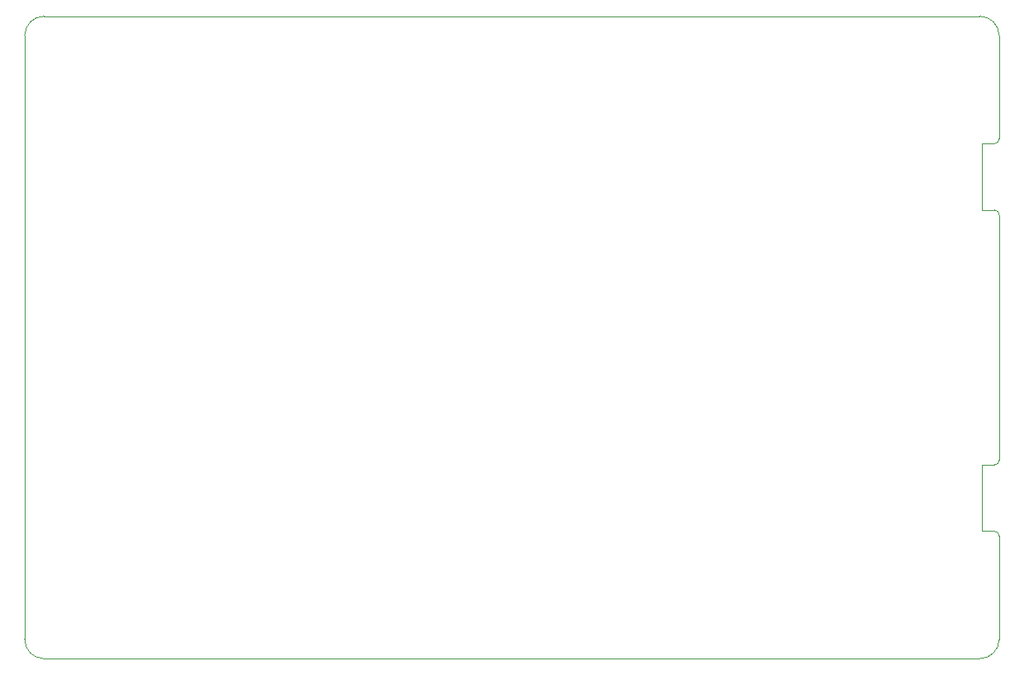
<source format=gbr>
G04 #@! TF.GenerationSoftware,KiCad,Pcbnew,(5.1.0)-1*
G04 #@! TF.CreationDate,2019-04-19T11:20:35+10:00*
G04 #@! TF.ProjectId,VNA,564e412e-6b69-4636-9164-5f7063625858,rev?*
G04 #@! TF.SameCoordinates,Original*
G04 #@! TF.FileFunction,Profile,NP*
%FSLAX46Y46*%
G04 Gerber Fmt 4.6, Leading zero omitted, Abs format (unit mm)*
G04 Created by KiCad (PCBNEW (5.1.0)-1) date 2019-04-19 11:20:35*
%MOMM*%
%LPD*%
G04 APERTURE LIST*
%ADD10C,0.050000*%
G04 APERTURE END LIST*
D10*
X190200000Y-74400000D02*
X190200000Y-63800000D01*
X190200000Y-107400000D02*
X190200000Y-82200000D01*
X190200000Y-125800000D02*
X190200000Y-115200000D01*
X90200000Y-125800000D02*
X90200000Y-63800000D01*
X90200000Y-63800000D02*
G75*
G02X92200000Y-61800000I2000000J0D01*
G01*
X92200000Y-127800000D02*
G75*
G02X90200000Y-125800000I0J2000000D01*
G01*
X188200000Y-127800000D02*
X92200000Y-127800000D01*
X190200000Y-125800000D02*
G75*
G02X188200000Y-127800000I-2000000J0D01*
G01*
X188200000Y-61800000D02*
G75*
G02X190200000Y-63800000I0J-2000000D01*
G01*
X92200000Y-61800000D02*
X188200000Y-61800000D01*
X188400000Y-114700000D02*
X189700000Y-114700000D01*
X189700000Y-114700000D02*
G75*
G02X190200000Y-115200000I0J-500000D01*
G01*
X188400000Y-107900000D02*
X189700000Y-107900000D01*
X188400000Y-107900000D02*
X188400000Y-114700000D01*
X190200000Y-107400000D02*
G75*
G02X189700000Y-107900000I-500000J0D01*
G01*
X188400000Y-81700000D02*
X189700000Y-81700000D01*
X189700000Y-81700000D02*
G75*
G02X190200000Y-82200000I0J-500000D01*
G01*
X188400000Y-74900000D02*
X189700000Y-74900000D01*
X188400000Y-74900000D02*
X188400000Y-81700000D01*
X190200000Y-74400000D02*
G75*
G02X189700000Y-74900000I-500000J0D01*
G01*
M02*

</source>
